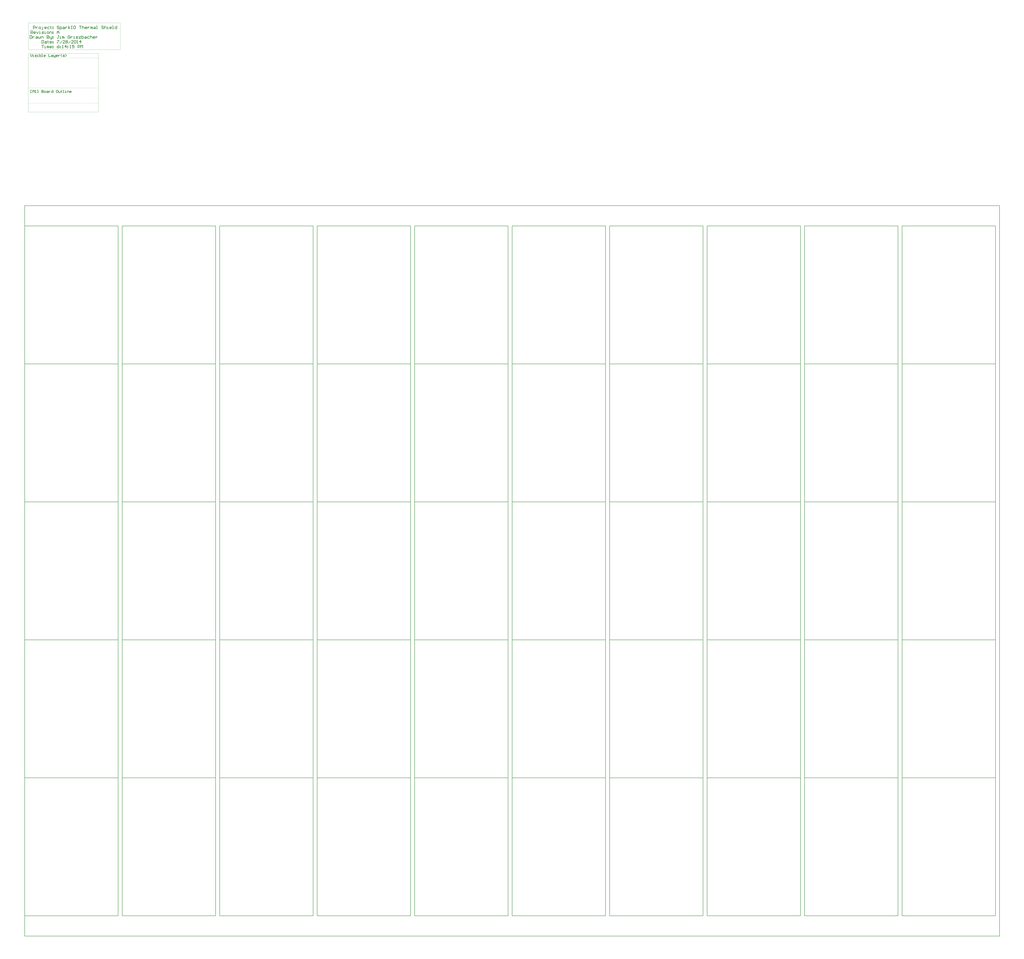
<source format=gm1>
%FSLAX25Y25*%
%MOIN*%
G70*
G01*
G75*
G04 Layer_Color=16711935*
%ADD10C,0.01200*%
%ADD11R,0.02559X0.03740*%
G04:AMPARAMS|DCode=12|XSize=37.4mil|YSize=25.59mil|CornerRadius=6.4mil|HoleSize=0mil|Usage=FLASHONLY|Rotation=270.000|XOffset=0mil|YOffset=0mil|HoleType=Round|Shape=RoundedRectangle|*
%AMROUNDEDRECTD12*
21,1,0.03740,0.01280,0,0,270.0*
21,1,0.02461,0.02559,0,0,270.0*
1,1,0.01280,-0.00640,-0.01230*
1,1,0.01280,-0.00640,0.01230*
1,1,0.01280,0.00640,0.01230*
1,1,0.01280,0.00640,-0.01230*
%
%ADD12ROUNDEDRECTD12*%
%ADD13O,0.02362X0.07480*%
%ADD14R,0.03900X0.04300*%
%ADD15C,0.04000*%
%ADD16R,0.04300X0.03900*%
%ADD17C,0.01000*%
%ADD18C,0.01500*%
%ADD19C,0.02000*%
%ADD20C,0.00394*%
%ADD21C,0.07087*%
%ADD22R,0.07087X0.07087*%
%ADD23C,0.09449*%
%ADD24C,0.05906*%
%ADD25R,0.05906X0.05906*%
%ADD26C,0.08661*%
%ADD27C,0.31496*%
%ADD28C,0.01800*%
%ADD29C,0.00787*%
%ADD30C,0.00984*%
%ADD31C,0.01575*%
%ADD32C,0.00700*%
%ADD33C,0.00800*%
%ADD34R,0.03359X0.04540*%
G04:AMPARAMS|DCode=35|XSize=45.4mil|YSize=33.59mil|CornerRadius=10.4mil|HoleSize=0mil|Usage=FLASHONLY|Rotation=270.000|XOffset=0mil|YOffset=0mil|HoleType=Round|Shape=RoundedRectangle|*
%AMROUNDEDRECTD35*
21,1,0.04540,0.01280,0,0,270.0*
21,1,0.02461,0.03359,0,0,270.0*
1,1,0.02080,-0.00640,-0.01230*
1,1,0.02080,-0.00640,0.01230*
1,1,0.02080,0.00640,0.01230*
1,1,0.02080,0.00640,-0.01230*
%
%ADD35ROUNDEDRECTD35*%
%ADD36O,0.03162X0.08280*%
%ADD37R,0.04700X0.05100*%
%ADD38C,0.08000*%
%ADD39R,0.05100X0.04700*%
%ADD40C,0.07887*%
%ADD41R,0.07887X0.07887*%
%ADD42C,0.10249*%
%ADD43C,0.06706*%
%ADD44R,0.06706X0.06706*%
%ADD45C,0.09461*%
%ADD46C,0.32296*%
%ADD47C,0.02600*%
D10*
X17199Y2078300D02*
X15200D01*
Y2084298D01*
X17199D01*
X20198Y2078300D02*
Y2084298D01*
X22198Y2082299D01*
X24197Y2084298D01*
Y2078300D01*
X26196D02*
X28196D01*
X27196D01*
Y2084298D01*
X26196Y2083298D01*
X31195Y2078300D02*
X33194D01*
Y2084298D01*
X31195D01*
X42191D02*
Y2078300D01*
X45190D01*
X46190Y2079300D01*
Y2080299D01*
X45190Y2081299D01*
X42191D01*
X45190D01*
X46190Y2082299D01*
Y2083298D01*
X45190Y2084298D01*
X42191D01*
X49189Y2078300D02*
X51188D01*
X52188Y2079300D01*
Y2081299D01*
X51188Y2082299D01*
X49189D01*
X48189Y2081299D01*
Y2079300D01*
X49189Y2078300D01*
X55187Y2082299D02*
X57186D01*
X58186Y2081299D01*
Y2078300D01*
X55187D01*
X54187Y2079300D01*
X55187Y2080299D01*
X58186D01*
X60185Y2082299D02*
Y2078300D01*
Y2080299D01*
X61185Y2081299D01*
X62185Y2082299D01*
X63184D01*
X70182Y2084298D02*
Y2078300D01*
X67183D01*
X66184Y2079300D01*
Y2081299D01*
X67183Y2082299D01*
X70182D01*
X81179Y2084298D02*
X79179D01*
X78180Y2083298D01*
Y2079300D01*
X79179Y2078300D01*
X81179D01*
X82178Y2079300D01*
Y2083298D01*
X81179Y2084298D01*
X84178Y2082299D02*
Y2079300D01*
X85177Y2078300D01*
X88176D01*
Y2082299D01*
X91175Y2083298D02*
Y2082299D01*
X90176D01*
X92175D01*
X91175D01*
Y2079300D01*
X92175Y2078300D01*
X95174D02*
X97174D01*
X96174D01*
Y2084298D01*
X95174D01*
X100172Y2078300D02*
X102172D01*
X101172D01*
Y2082299D01*
X100172D01*
X105171Y2078300D02*
Y2082299D01*
X108170D01*
X109170Y2081299D01*
Y2078300D01*
X114168D02*
X112169D01*
X111169Y2079300D01*
Y2081299D01*
X112169Y2082299D01*
X114168D01*
X115168Y2081299D01*
Y2080299D01*
X111169D01*
X14600Y2172878D02*
Y2168879D01*
X16599Y2166879D01*
X18599Y2168879D01*
Y2172878D01*
X20598Y2166879D02*
X22597D01*
X21598D01*
Y2170878D01*
X20598D01*
X25596Y2166879D02*
X28596D01*
X29595Y2167879D01*
X28596Y2168879D01*
X26596D01*
X25596Y2169879D01*
X26596Y2170878D01*
X29595D01*
X31594Y2166879D02*
X33594D01*
X32594D01*
Y2170878D01*
X31594D01*
X36593Y2172878D02*
Y2166879D01*
X39592D01*
X40592Y2167879D01*
Y2168879D01*
Y2169879D01*
X39592Y2170878D01*
X36593D01*
X42591Y2166879D02*
X44590D01*
X43591D01*
Y2172878D01*
X42591D01*
X50588Y2166879D02*
X48589D01*
X47589Y2167879D01*
Y2169879D01*
X48589Y2170878D01*
X50588D01*
X51588Y2169879D01*
Y2168879D01*
X47589D01*
X59585Y2172878D02*
Y2166879D01*
X63584D01*
X66583Y2170878D02*
X68582D01*
X69582Y2169879D01*
Y2166879D01*
X66583D01*
X65583Y2167879D01*
X66583Y2168879D01*
X69582D01*
X71582Y2170878D02*
Y2167879D01*
X72581Y2166879D01*
X75580D01*
Y2165880D01*
X74581Y2164880D01*
X73581D01*
X75580Y2166879D02*
Y2170878D01*
X80579Y2166879D02*
X78579D01*
X77580Y2167879D01*
Y2169879D01*
X78579Y2170878D01*
X80579D01*
X81578Y2169879D01*
Y2168879D01*
X77580D01*
X83578Y2170878D02*
Y2166879D01*
Y2168879D01*
X84577Y2169879D01*
X85577Y2170878D01*
X86577D01*
X91575Y2166879D02*
X89576Y2168879D01*
Y2170878D01*
X91575Y2172878D01*
X94574Y2166879D02*
X97573D01*
X98573Y2167879D01*
X97573Y2168879D01*
X95574D01*
X94574Y2169879D01*
X95574Y2170878D01*
X98573D01*
X100572Y2166879D02*
X102571Y2168879D01*
Y2170878D01*
X100572Y2172878D01*
X21364Y2235431D02*
Y2242428D01*
X24863D01*
X26029Y2241262D01*
Y2238930D01*
X24863Y2237763D01*
X21364D01*
X28362Y2240096D02*
Y2235431D01*
Y2237763D01*
X29528Y2238930D01*
X30694Y2240096D01*
X31861D01*
X36526Y2235431D02*
X38858D01*
X40025Y2236597D01*
Y2238930D01*
X38858Y2240096D01*
X36526D01*
X35359Y2238930D01*
Y2236597D01*
X36526Y2235431D01*
X42357Y2233098D02*
X43523D01*
X44690Y2234264D01*
Y2240096D01*
X52854Y2235431D02*
X50521D01*
X49355Y2236597D01*
Y2238930D01*
X50521Y2240096D01*
X52854D01*
X54020Y2238930D01*
Y2237763D01*
X49355D01*
X61018Y2240096D02*
X57519D01*
X56353Y2238930D01*
Y2236597D01*
X57519Y2235431D01*
X61018D01*
X64517Y2241262D02*
Y2240096D01*
X63350D01*
X65683D01*
X64517D01*
Y2236597D01*
X65683Y2235431D01*
X69182Y2240096D02*
X70348D01*
Y2238930D01*
X69182D01*
Y2240096D01*
Y2236597D02*
X70348D01*
Y2235431D01*
X69182D01*
Y2236597D01*
X15532Y2223620D02*
Y2230617D01*
X19031D01*
X20198Y2229451D01*
Y2227118D01*
X19031Y2225952D01*
X15532D01*
X17865D02*
X20198Y2223620D01*
X26029D02*
X23697D01*
X22530Y2224786D01*
Y2227118D01*
X23697Y2228285D01*
X26029D01*
X27195Y2227118D01*
Y2225952D01*
X22530D01*
X29528Y2228285D02*
X31861Y2223620D01*
X34193Y2228285D01*
X36526Y2223620D02*
X38858D01*
X37692D01*
Y2228285D01*
X36526D01*
X42357Y2223620D02*
X45856D01*
X47022Y2224786D01*
X45856Y2225952D01*
X43523D01*
X42357Y2227118D01*
X43523Y2228285D01*
X47022D01*
X49355Y2223620D02*
X51688D01*
X50521D01*
Y2228285D01*
X49355D01*
X56353Y2223620D02*
X58685D01*
X59851Y2224786D01*
Y2227118D01*
X58685Y2228285D01*
X56353D01*
X55186Y2227118D01*
Y2224786D01*
X56353Y2223620D01*
X62184D02*
Y2228285D01*
X65683D01*
X66849Y2227118D01*
Y2223620D01*
X69182Y2228285D02*
X70348D01*
Y2227118D01*
X69182D01*
Y2228285D01*
Y2224786D02*
X70348D01*
Y2223620D01*
X69182D01*
Y2224786D01*
X13200Y2218806D02*
Y2211809D01*
X16699D01*
X17865Y2212975D01*
Y2217640D01*
X16699Y2218806D01*
X13200D01*
X20198Y2216474D02*
Y2211809D01*
Y2214141D01*
X21364Y2215307D01*
X22530Y2216474D01*
X23697D01*
X28362D02*
X30694D01*
X31861Y2215307D01*
Y2211809D01*
X28362D01*
X27195Y2212975D01*
X28362Y2214141D01*
X31861D01*
X34193Y2216474D02*
Y2212975D01*
X35359Y2211809D01*
X36526Y2212975D01*
X37692Y2211809D01*
X38858Y2212975D01*
Y2216474D01*
X41191Y2211809D02*
Y2216474D01*
X44690D01*
X45856Y2215307D01*
Y2211809D01*
X55186Y2218806D02*
Y2211809D01*
X58685D01*
X59851Y2212975D01*
Y2214141D01*
X58685Y2215307D01*
X55186D01*
X58685D01*
X59851Y2216474D01*
Y2217640D01*
X58685Y2218806D01*
X55186D01*
X62184Y2216474D02*
Y2212975D01*
X63350Y2211809D01*
X66849D01*
Y2210642D01*
X65683Y2209476D01*
X64517D01*
X66849Y2211809D02*
Y2216474D01*
X69182D02*
X70348D01*
Y2215307D01*
X69182D01*
Y2216474D01*
Y2212975D02*
X70348D01*
Y2211809D01*
X69182D01*
Y2212975D01*
X42357Y2206995D02*
Y2199998D01*
X45856D01*
X47022Y2201164D01*
Y2205829D01*
X45856Y2206995D01*
X42357D01*
X50521Y2204663D02*
X52854D01*
X54020Y2203497D01*
Y2199998D01*
X50521D01*
X49355Y2201164D01*
X50521Y2202330D01*
X54020D01*
X57519Y2205829D02*
Y2204663D01*
X56353D01*
X58685D01*
X57519D01*
Y2201164D01*
X58685Y2199998D01*
X65683D02*
X63350D01*
X62184Y2201164D01*
Y2203497D01*
X63350Y2204663D01*
X65683D01*
X66849Y2203497D01*
Y2202330D01*
X62184D01*
X69182Y2204663D02*
X70348D01*
Y2203497D01*
X69182D01*
Y2204663D01*
Y2201164D02*
X70348D01*
Y2199998D01*
X69182D01*
Y2201164D01*
X42357Y2195184D02*
X47022D01*
X44690D01*
Y2188187D01*
X49355D02*
X51688D01*
X50521D01*
Y2192852D01*
X49355D01*
X55186Y2188187D02*
Y2192852D01*
X56353D01*
X57519Y2191685D01*
Y2188187D01*
Y2191685D01*
X58685Y2192852D01*
X59851Y2191685D01*
Y2188187D01*
X65683D02*
X63350D01*
X62184Y2189353D01*
Y2191685D01*
X63350Y2192852D01*
X65683D01*
X66849Y2191685D01*
Y2190519D01*
X62184D01*
X69182Y2192852D02*
X70348D01*
Y2191685D01*
X69182D01*
Y2192852D01*
Y2189353D02*
X70348D01*
Y2188187D01*
X69182D01*
Y2189353D01*
X84794Y2241262D02*
X83628Y2242428D01*
X81295D01*
X80129Y2241262D01*
Y2240096D01*
X81295Y2238930D01*
X83628D01*
X84794Y2237763D01*
Y2236597D01*
X83628Y2235431D01*
X81295D01*
X80129Y2236597D01*
X87127Y2233098D02*
Y2240096D01*
X90626D01*
X91792Y2238930D01*
Y2236597D01*
X90626Y2235431D01*
X87127D01*
X95291Y2240096D02*
X97623D01*
X98790Y2238930D01*
Y2235431D01*
X95291D01*
X94125Y2236597D01*
X95291Y2237763D01*
X98790D01*
X101122Y2240096D02*
Y2235431D01*
Y2237763D01*
X102289Y2238930D01*
X103455Y2240096D01*
X104621D01*
X108120Y2235431D02*
Y2242428D01*
Y2237763D02*
X111619Y2240096D01*
X108120Y2237763D02*
X111619Y2235431D01*
X115118Y2242428D02*
X117450D01*
X116284D01*
Y2235431D01*
X115118D01*
X117450D01*
X124448Y2242428D02*
X122116D01*
X120949Y2241262D01*
Y2236597D01*
X122116Y2235431D01*
X124448D01*
X125614Y2236597D01*
Y2241262D01*
X124448Y2242428D01*
X134945D02*
X139610D01*
X137277D01*
Y2235431D01*
X141943Y2242428D02*
Y2235431D01*
Y2238930D01*
X143109Y2240096D01*
X145441D01*
X146608Y2238930D01*
Y2235431D01*
X152439D02*
X150107D01*
X148940Y2236597D01*
Y2238930D01*
X150107Y2240096D01*
X152439D01*
X153605Y2238930D01*
Y2237763D01*
X148940D01*
X155938Y2240096D02*
Y2235431D01*
Y2237763D01*
X157104Y2238930D01*
X158271Y2240096D01*
X159437D01*
X162936Y2235431D02*
Y2240096D01*
X164102D01*
X165268Y2238930D01*
Y2235431D01*
Y2238930D01*
X166435Y2240096D01*
X167601Y2238930D01*
Y2235431D01*
X171100Y2240096D02*
X173432D01*
X174599Y2238930D01*
Y2235431D01*
X171100D01*
X169933Y2236597D01*
X171100Y2237763D01*
X174599D01*
X176931Y2235431D02*
X179264D01*
X178097D01*
Y2242428D01*
X176931D01*
X194425Y2241262D02*
X193259Y2242428D01*
X190927D01*
X189760Y2241262D01*
Y2240096D01*
X190927Y2238930D01*
X193259D01*
X194425Y2237763D01*
Y2236597D01*
X193259Y2235431D01*
X190927D01*
X189760Y2236597D01*
X196758Y2242428D02*
Y2235431D01*
Y2238930D01*
X197924Y2240096D01*
X200257D01*
X201423Y2238930D01*
Y2235431D01*
X203756D02*
X206088D01*
X204922D01*
Y2240096D01*
X203756D01*
X213086Y2235431D02*
X210754D01*
X209587Y2236597D01*
Y2238930D01*
X210754Y2240096D01*
X213086D01*
X214252Y2238930D01*
Y2237763D01*
X209587D01*
X216585Y2235431D02*
X218918D01*
X217751D01*
Y2242428D01*
X216585D01*
X227082D02*
Y2235431D01*
X223583D01*
X222416Y2236597D01*
Y2238930D01*
X223583Y2240096D01*
X227082D01*
X80129Y2223620D02*
Y2228285D01*
X82462Y2230617D01*
X84794Y2228285D01*
Y2223620D01*
Y2227118D01*
X80129D01*
X84794Y2218806D02*
X82462D01*
X83628D01*
Y2212975D01*
X82462Y2211809D01*
X81295D01*
X80129Y2212975D01*
X87127Y2211809D02*
X89459D01*
X88293D01*
Y2216474D01*
X87127D01*
X92958Y2211809D02*
Y2216474D01*
X94125D01*
X95291Y2215307D01*
Y2211809D01*
Y2215307D01*
X96457Y2216474D01*
X97623Y2215307D01*
Y2211809D01*
X111619Y2217640D02*
X110453Y2218806D01*
X108120D01*
X106954Y2217640D01*
Y2212975D01*
X108120Y2211809D01*
X110453D01*
X111619Y2212975D01*
Y2215307D01*
X109286D01*
X113952Y2216474D02*
Y2211809D01*
Y2214141D01*
X115118Y2215307D01*
X116284Y2216474D01*
X117450D01*
X120949Y2211809D02*
X123282D01*
X122116D01*
Y2216474D01*
X120949D01*
X126781Y2211809D02*
X130280D01*
X131446Y2212975D01*
X130280Y2214141D01*
X127947D01*
X126781Y2215307D01*
X127947Y2216474D01*
X131446D01*
X133778D02*
X138444D01*
X133778Y2211809D01*
X138444D01*
X140776Y2218806D02*
Y2211809D01*
X144275D01*
X145441Y2212975D01*
Y2214141D01*
Y2215307D01*
X144275Y2216474D01*
X140776D01*
X148940D02*
X151273D01*
X152439Y2215307D01*
Y2211809D01*
X148940D01*
X147774Y2212975D01*
X148940Y2214141D01*
X152439D01*
X159437Y2216474D02*
X155938D01*
X154772Y2215307D01*
Y2212975D01*
X155938Y2211809D01*
X159437D01*
X161769Y2218806D02*
Y2211809D01*
Y2215307D01*
X162936Y2216474D01*
X165268D01*
X166435Y2215307D01*
Y2211809D01*
X172266D02*
X169933D01*
X168767Y2212975D01*
Y2215307D01*
X169933Y2216474D01*
X172266D01*
X173432Y2215307D01*
Y2214141D01*
X168767D01*
X175765Y2216474D02*
Y2211809D01*
Y2214141D01*
X176931Y2215307D01*
X178097Y2216474D01*
X179264D01*
X84794Y2195184D02*
X82462Y2194018D01*
X80129Y2191685D01*
Y2189353D01*
X81295Y2188187D01*
X83628D01*
X84794Y2189353D01*
Y2190519D01*
X83628Y2191685D01*
X80129D01*
X87127Y2192852D02*
X88293D01*
Y2191685D01*
X87127D01*
Y2192852D01*
Y2189353D02*
X88293D01*
Y2188187D01*
X87127D01*
Y2189353D01*
X92958Y2188187D02*
X95291D01*
X94125D01*
Y2195184D01*
X92958Y2194018D01*
X102289Y2188187D02*
Y2195184D01*
X98790Y2191685D01*
X103455D01*
X105788Y2192852D02*
X106954D01*
Y2191685D01*
X105788D01*
Y2192852D01*
Y2189353D02*
X106954D01*
Y2188187D01*
X105788D01*
Y2189353D01*
X111619Y2188187D02*
X113952D01*
X112785D01*
Y2195184D01*
X111619Y2194018D01*
X122116Y2195184D02*
X117450D01*
Y2191685D01*
X119783Y2192852D01*
X120949D01*
X122116Y2191685D01*
Y2189353D01*
X120949Y2188187D01*
X118617D01*
X117450Y2189353D01*
X131446Y2188187D02*
Y2195184D01*
X134945D01*
X136111Y2194018D01*
Y2191685D01*
X134945Y2190519D01*
X131446D01*
X138444Y2188187D02*
Y2195184D01*
X140776Y2192852D01*
X143109Y2195184D01*
Y2188187D01*
X80129Y2206995D02*
X84794D01*
Y2205829D01*
X80129Y2201164D01*
Y2199998D01*
X87127D02*
X91792Y2204663D01*
X98790Y2199998D02*
X94125D01*
X98790Y2204663D01*
Y2205829D01*
X97623Y2206995D01*
X95291D01*
X94125Y2205829D01*
X101122D02*
X102289Y2206995D01*
X104621D01*
X105788Y2205829D01*
Y2204663D01*
X104621Y2203497D01*
X105788Y2202330D01*
Y2201164D01*
X104621Y2199998D01*
X102289D01*
X101122Y2201164D01*
Y2202330D01*
X102289Y2203497D01*
X101122Y2204663D01*
Y2205829D01*
X102289Y2203497D02*
X104621D01*
X108120Y2199998D02*
X112785Y2204663D01*
X119783Y2199998D02*
X115118D01*
X119783Y2204663D01*
Y2205829D01*
X118617Y2206995D01*
X116284D01*
X115118Y2205829D01*
X122116D02*
X123282Y2206995D01*
X125614D01*
X126781Y2205829D01*
Y2201164D01*
X125614Y2199998D01*
X123282D01*
X122116Y2201164D01*
Y2205829D01*
X129113Y2199998D02*
X131446D01*
X130280D01*
Y2206995D01*
X129113Y2205829D01*
X138444Y2199998D02*
Y2206995D01*
X134945Y2203497D01*
X139610D01*
X17199Y2078300D02*
X15200D01*
Y2084298D01*
X17199D01*
X20198Y2078300D02*
Y2084298D01*
X22198Y2082299D01*
X24197Y2084298D01*
Y2078300D01*
X26196D02*
X28196D01*
X27196D01*
Y2084298D01*
X26196Y2083298D01*
X31195Y2078300D02*
X33194D01*
Y2084298D01*
X31195D01*
X42191D02*
Y2078300D01*
X45190D01*
X46190Y2079300D01*
Y2080299D01*
X45190Y2081299D01*
X42191D01*
X45190D01*
X46190Y2082299D01*
Y2083298D01*
X45190Y2084298D01*
X42191D01*
X49189Y2078300D02*
X51188D01*
X52188Y2079300D01*
Y2081299D01*
X51188Y2082299D01*
X49189D01*
X48189Y2081299D01*
Y2079300D01*
X49189Y2078300D01*
X55187Y2082299D02*
X57186D01*
X58186Y2081299D01*
Y2078300D01*
X55187D01*
X54187Y2079300D01*
X55187Y2080299D01*
X58186D01*
X60185Y2082299D02*
Y2078300D01*
Y2080299D01*
X61185Y2081299D01*
X62185Y2082299D01*
X63184D01*
X70182Y2084298D02*
Y2078300D01*
X67183D01*
X66184Y2079300D01*
Y2081299D01*
X67183Y2082299D01*
X70182D01*
X81179Y2084298D02*
X79179D01*
X78180Y2083298D01*
Y2079300D01*
X79179Y2078300D01*
X81179D01*
X82178Y2079300D01*
Y2083298D01*
X81179Y2084298D01*
X84178Y2082299D02*
Y2079300D01*
X85177Y2078300D01*
X88176D01*
Y2082299D01*
X91175Y2083298D02*
Y2082299D01*
X90176D01*
X92175D01*
X91175D01*
Y2079300D01*
X92175Y2078300D01*
X95174D02*
X97174D01*
X96174D01*
Y2084298D01*
X95174D01*
X100172Y2078300D02*
X102172D01*
X101172D01*
Y2082299D01*
X100172D01*
X105171Y2078300D02*
Y2082299D01*
X108170D01*
X109170Y2081299D01*
Y2078300D01*
X114168D02*
X112169D01*
X111169Y2079300D01*
Y2081299D01*
X112169Y2082299D01*
X114168D01*
X115168Y2081299D01*
Y2080299D01*
X111169D01*
X14600Y2172878D02*
Y2168879D01*
X16599Y2166879D01*
X18599Y2168879D01*
Y2172878D01*
X20598Y2166879D02*
X22597D01*
X21598D01*
Y2170878D01*
X20598D01*
X25596Y2166879D02*
X28596D01*
X29595Y2167879D01*
X28596Y2168879D01*
X26596D01*
X25596Y2169879D01*
X26596Y2170878D01*
X29595D01*
X31594Y2166879D02*
X33594D01*
X32594D01*
Y2170878D01*
X31594D01*
X36593Y2172878D02*
Y2166879D01*
X39592D01*
X40592Y2167879D01*
Y2168879D01*
Y2169879D01*
X39592Y2170878D01*
X36593D01*
X42591Y2166879D02*
X44590D01*
X43591D01*
Y2172878D01*
X42591D01*
X50588Y2166879D02*
X48589D01*
X47589Y2167879D01*
Y2169879D01*
X48589Y2170878D01*
X50588D01*
X51588Y2169879D01*
Y2168879D01*
X47589D01*
X59585Y2172878D02*
Y2166879D01*
X63584D01*
X66583Y2170878D02*
X68582D01*
X69582Y2169879D01*
Y2166879D01*
X66583D01*
X65583Y2167879D01*
X66583Y2168879D01*
X69582D01*
X71582Y2170878D02*
Y2167879D01*
X72581Y2166879D01*
X75580D01*
Y2165880D01*
X74581Y2164880D01*
X73581D01*
X75580Y2166879D02*
Y2170878D01*
X80579Y2166879D02*
X78579D01*
X77580Y2167879D01*
Y2169879D01*
X78579Y2170878D01*
X80579D01*
X81578Y2169879D01*
Y2168879D01*
X77580D01*
X83578Y2170878D02*
Y2166879D01*
Y2168879D01*
X84577Y2169879D01*
X85577Y2170878D01*
X86577D01*
X91575Y2166879D02*
X89576Y2168879D01*
Y2170878D01*
X91575Y2172878D01*
X94574Y2166879D02*
X97573D01*
X98573Y2167879D01*
X97573Y2168879D01*
X95574D01*
X94574Y2169879D01*
X95574Y2170878D01*
X98573D01*
X100572Y2166879D02*
X102571Y2168879D01*
Y2170878D01*
X100572Y2172878D01*
X21364Y2235431D02*
Y2242428D01*
X24863D01*
X26029Y2241262D01*
Y2238930D01*
X24863Y2237763D01*
X21364D01*
X28362Y2240096D02*
Y2235431D01*
Y2237763D01*
X29528Y2238930D01*
X30694Y2240096D01*
X31861D01*
X36526Y2235431D02*
X38858D01*
X40025Y2236597D01*
Y2238930D01*
X38858Y2240096D01*
X36526D01*
X35359Y2238930D01*
Y2236597D01*
X36526Y2235431D01*
X42357Y2233098D02*
X43523D01*
X44690Y2234264D01*
Y2240096D01*
X52854Y2235431D02*
X50521D01*
X49355Y2236597D01*
Y2238930D01*
X50521Y2240096D01*
X52854D01*
X54020Y2238930D01*
Y2237763D01*
X49355D01*
X61018Y2240096D02*
X57519D01*
X56353Y2238930D01*
Y2236597D01*
X57519Y2235431D01*
X61018D01*
X64517Y2241262D02*
Y2240096D01*
X63350D01*
X65683D01*
X64517D01*
Y2236597D01*
X65683Y2235431D01*
X69182Y2240096D02*
X70348D01*
Y2238930D01*
X69182D01*
Y2240096D01*
Y2236597D02*
X70348D01*
Y2235431D01*
X69182D01*
Y2236597D01*
X15532Y2223620D02*
Y2230617D01*
X19031D01*
X20198Y2229451D01*
Y2227118D01*
X19031Y2225952D01*
X15532D01*
X17865D02*
X20198Y2223620D01*
X26029D02*
X23697D01*
X22530Y2224786D01*
Y2227118D01*
X23697Y2228285D01*
X26029D01*
X27195Y2227118D01*
Y2225952D01*
X22530D01*
X29528Y2228285D02*
X31861Y2223620D01*
X34193Y2228285D01*
X36526Y2223620D02*
X38858D01*
X37692D01*
Y2228285D01*
X36526D01*
X42357Y2223620D02*
X45856D01*
X47022Y2224786D01*
X45856Y2225952D01*
X43523D01*
X42357Y2227118D01*
X43523Y2228285D01*
X47022D01*
X49355Y2223620D02*
X51688D01*
X50521D01*
Y2228285D01*
X49355D01*
X56353Y2223620D02*
X58685D01*
X59851Y2224786D01*
Y2227118D01*
X58685Y2228285D01*
X56353D01*
X55186Y2227118D01*
Y2224786D01*
X56353Y2223620D01*
X62184D02*
Y2228285D01*
X65683D01*
X66849Y2227118D01*
Y2223620D01*
X69182Y2228285D02*
X70348D01*
Y2227118D01*
X69182D01*
Y2228285D01*
Y2224786D02*
X70348D01*
Y2223620D01*
X69182D01*
Y2224786D01*
X13200Y2218806D02*
Y2211809D01*
X16699D01*
X17865Y2212975D01*
Y2217640D01*
X16699Y2218806D01*
X13200D01*
X20198Y2216474D02*
Y2211809D01*
Y2214141D01*
X21364Y2215307D01*
X22530Y2216474D01*
X23697D01*
X28362D02*
X30694D01*
X31861Y2215307D01*
Y2211809D01*
X28362D01*
X27195Y2212975D01*
X28362Y2214141D01*
X31861D01*
X34193Y2216474D02*
Y2212975D01*
X35359Y2211809D01*
X36526Y2212975D01*
X37692Y2211809D01*
X38858Y2212975D01*
Y2216474D01*
X41191Y2211809D02*
Y2216474D01*
X44690D01*
X45856Y2215307D01*
Y2211809D01*
X55186Y2218806D02*
Y2211809D01*
X58685D01*
X59851Y2212975D01*
Y2214141D01*
X58685Y2215307D01*
X55186D01*
X58685D01*
X59851Y2216474D01*
Y2217640D01*
X58685Y2218806D01*
X55186D01*
X62184Y2216474D02*
Y2212975D01*
X63350Y2211809D01*
X66849D01*
Y2210642D01*
X65683Y2209476D01*
X64517D01*
X66849Y2211809D02*
Y2216474D01*
X69182D02*
X70348D01*
Y2215307D01*
X69182D01*
Y2216474D01*
Y2212975D02*
X70348D01*
Y2211809D01*
X69182D01*
Y2212975D01*
X42357Y2206995D02*
Y2199998D01*
X45856D01*
X47022Y2201164D01*
Y2205829D01*
X45856Y2206995D01*
X42357D01*
X50521Y2204663D02*
X52854D01*
X54020Y2203497D01*
Y2199998D01*
X50521D01*
X49355Y2201164D01*
X50521Y2202330D01*
X54020D01*
X57519Y2205829D02*
Y2204663D01*
X56353D01*
X58685D01*
X57519D01*
Y2201164D01*
X58685Y2199998D01*
X65683D02*
X63350D01*
X62184Y2201164D01*
Y2203497D01*
X63350Y2204663D01*
X65683D01*
X66849Y2203497D01*
Y2202330D01*
X62184D01*
X69182Y2204663D02*
X70348D01*
Y2203497D01*
X69182D01*
Y2204663D01*
Y2201164D02*
X70348D01*
Y2199998D01*
X69182D01*
Y2201164D01*
X42357Y2195184D02*
X47022D01*
X44690D01*
Y2188187D01*
X49355D02*
X51688D01*
X50521D01*
Y2192852D01*
X49355D01*
X55186Y2188187D02*
Y2192852D01*
X56353D01*
X57519Y2191685D01*
Y2188187D01*
Y2191685D01*
X58685Y2192852D01*
X59851Y2191685D01*
Y2188187D01*
X65683D02*
X63350D01*
X62184Y2189353D01*
Y2191685D01*
X63350Y2192852D01*
X65683D01*
X66849Y2191685D01*
Y2190519D01*
X62184D01*
X69182Y2192852D02*
X70348D01*
Y2191685D01*
X69182D01*
Y2192852D01*
Y2189353D02*
X70348D01*
Y2188187D01*
X69182D01*
Y2189353D01*
X84794Y2241262D02*
X83628Y2242428D01*
X81295D01*
X80129Y2241262D01*
Y2240096D01*
X81295Y2238930D01*
X83628D01*
X84794Y2237763D01*
Y2236597D01*
X83628Y2235431D01*
X81295D01*
X80129Y2236597D01*
X87127Y2233098D02*
Y2240096D01*
X90626D01*
X91792Y2238930D01*
Y2236597D01*
X90626Y2235431D01*
X87127D01*
X95291Y2240096D02*
X97623D01*
X98790Y2238930D01*
Y2235431D01*
X95291D01*
X94125Y2236597D01*
X95291Y2237763D01*
X98790D01*
X101122Y2240096D02*
Y2235431D01*
Y2237763D01*
X102289Y2238930D01*
X103455Y2240096D01*
X104621D01*
X108120Y2235431D02*
Y2242428D01*
Y2237763D02*
X111619Y2240096D01*
X108120Y2237763D02*
X111619Y2235431D01*
X115118Y2242428D02*
X117450D01*
X116284D01*
Y2235431D01*
X115118D01*
X117450D01*
X124448Y2242428D02*
X122116D01*
X120949Y2241262D01*
Y2236597D01*
X122116Y2235431D01*
X124448D01*
X125614Y2236597D01*
Y2241262D01*
X124448Y2242428D01*
X134945D02*
X139610D01*
X137277D01*
Y2235431D01*
X141943Y2242428D02*
Y2235431D01*
Y2238930D01*
X143109Y2240096D01*
X145441D01*
X146608Y2238930D01*
Y2235431D01*
X152439D02*
X150107D01*
X148940Y2236597D01*
Y2238930D01*
X150107Y2240096D01*
X152439D01*
X153605Y2238930D01*
Y2237763D01*
X148940D01*
X155938Y2240096D02*
Y2235431D01*
Y2237763D01*
X157104Y2238930D01*
X158271Y2240096D01*
X159437D01*
X162936Y2235431D02*
Y2240096D01*
X164102D01*
X165268Y2238930D01*
Y2235431D01*
Y2238930D01*
X166435Y2240096D01*
X167601Y2238930D01*
Y2235431D01*
X171100Y2240096D02*
X173432D01*
X174599Y2238930D01*
Y2235431D01*
X171100D01*
X169933Y2236597D01*
X171100Y2237763D01*
X174599D01*
X176931Y2235431D02*
X179264D01*
X178097D01*
Y2242428D01*
X176931D01*
X194425Y2241262D02*
X193259Y2242428D01*
X190927D01*
X189760Y2241262D01*
Y2240096D01*
X190927Y2238930D01*
X193259D01*
X194425Y2237763D01*
Y2236597D01*
X193259Y2235431D01*
X190927D01*
X189760Y2236597D01*
X196758Y2242428D02*
Y2235431D01*
Y2238930D01*
X197924Y2240096D01*
X200257D01*
X201423Y2238930D01*
Y2235431D01*
X203756D02*
X206088D01*
X204922D01*
Y2240096D01*
X203756D01*
X213086Y2235431D02*
X210754D01*
X209587Y2236597D01*
Y2238930D01*
X210754Y2240096D01*
X213086D01*
X214252Y2238930D01*
Y2237763D01*
X209587D01*
X216585Y2235431D02*
X218918D01*
X217751D01*
Y2242428D01*
X216585D01*
X227082D02*
Y2235431D01*
X223583D01*
X222416Y2236597D01*
Y2238930D01*
X223583Y2240096D01*
X227082D01*
X80129Y2223620D02*
Y2228285D01*
X82462Y2230617D01*
X84794Y2228285D01*
Y2223620D01*
Y2227118D01*
X80129D01*
X84794Y2218806D02*
X82462D01*
X83628D01*
Y2212975D01*
X82462Y2211809D01*
X81295D01*
X80129Y2212975D01*
X87127Y2211809D02*
X89459D01*
X88293D01*
Y2216474D01*
X87127D01*
X92958Y2211809D02*
Y2216474D01*
X94125D01*
X95291Y2215307D01*
Y2211809D01*
Y2215307D01*
X96457Y2216474D01*
X97623Y2215307D01*
Y2211809D01*
X111619Y2217640D02*
X110453Y2218806D01*
X108120D01*
X106954Y2217640D01*
Y2212975D01*
X108120Y2211809D01*
X110453D01*
X111619Y2212975D01*
Y2215307D01*
X109286D01*
X113952Y2216474D02*
Y2211809D01*
Y2214141D01*
X115118Y2215307D01*
X116284Y2216474D01*
X117450D01*
X120949Y2211809D02*
X123282D01*
X122116D01*
Y2216474D01*
X120949D01*
X126781Y2211809D02*
X130280D01*
X131446Y2212975D01*
X130280Y2214141D01*
X127947D01*
X126781Y2215307D01*
X127947Y2216474D01*
X131446D01*
X133778D02*
X138444D01*
X133778Y2211809D01*
X138444D01*
X140776Y2218806D02*
Y2211809D01*
X144275D01*
X145441Y2212975D01*
Y2214141D01*
Y2215307D01*
X144275Y2216474D01*
X140776D01*
X148940D02*
X151273D01*
X152439Y2215307D01*
Y2211809D01*
X148940D01*
X147774Y2212975D01*
X148940Y2214141D01*
X152439D01*
X159437Y2216474D02*
X155938D01*
X154772Y2215307D01*
Y2212975D01*
X155938Y2211809D01*
X159437D01*
X161769Y2218806D02*
Y2211809D01*
Y2215307D01*
X162936Y2216474D01*
X165268D01*
X166435Y2215307D01*
Y2211809D01*
X172266D02*
X169933D01*
X168767Y2212975D01*
Y2215307D01*
X169933Y2216474D01*
X172266D01*
X173432Y2215307D01*
Y2214141D01*
X168767D01*
X175765Y2216474D02*
Y2211809D01*
Y2214141D01*
X176931Y2215307D01*
X178097Y2216474D01*
X179264D01*
X84794Y2195184D02*
X82462Y2194018D01*
X80129Y2191685D01*
Y2189353D01*
X81295Y2188187D01*
X83628D01*
X84794Y2189353D01*
Y2190519D01*
X83628Y2191685D01*
X80129D01*
X87127Y2192852D02*
X88293D01*
Y2191685D01*
X87127D01*
Y2192852D01*
Y2189353D02*
X88293D01*
Y2188187D01*
X87127D01*
Y2189353D01*
X92958Y2188187D02*
X95291D01*
X94125D01*
Y2195184D01*
X92958Y2194018D01*
X102289Y2188187D02*
Y2195184D01*
X98790Y2191685D01*
X103455D01*
X105788Y2192852D02*
X106954D01*
Y2191685D01*
X105788D01*
Y2192852D01*
Y2189353D02*
X106954D01*
Y2188187D01*
X105788D01*
Y2189353D01*
X111619Y2188187D02*
X113952D01*
X112785D01*
Y2195184D01*
X111619Y2194018D01*
X122116Y2195184D02*
X117450D01*
Y2191685D01*
X119783Y2192852D01*
X120949D01*
X122116Y2191685D01*
Y2189353D01*
X120949Y2188187D01*
X118617D01*
X117450Y2189353D01*
X131446Y2188187D02*
Y2195184D01*
X134945D01*
X136111Y2194018D01*
Y2191685D01*
X134945Y2190519D01*
X131446D01*
X138444Y2188187D02*
Y2195184D01*
X140776Y2192852D01*
X143109Y2195184D01*
Y2188187D01*
X80129Y2206995D02*
X84794D01*
Y2205829D01*
X80129Y2201164D01*
Y2199998D01*
X87127D02*
X91792Y2204663D01*
X98790Y2199998D02*
X94125D01*
X98790Y2204663D01*
Y2205829D01*
X97623Y2206995D01*
X95291D01*
X94125Y2205829D01*
X101122D02*
X102289Y2206995D01*
X104621D01*
X105788Y2205829D01*
Y2204663D01*
X104621Y2203497D01*
X105788Y2202330D01*
Y2201164D01*
X104621Y2199998D01*
X102289D01*
X101122Y2201164D01*
Y2202330D01*
X102289Y2203497D01*
X101122Y2204663D01*
Y2205829D01*
X102289Y2203497D02*
X104621D01*
X108120Y2199998D02*
X112785Y2204663D01*
X119783Y2199998D02*
X115118D01*
X119783Y2204663D01*
Y2205829D01*
X118617Y2206995D01*
X116284D01*
X115118Y2205829D01*
X122116D02*
X123282Y2206995D01*
X125614D01*
X126781Y2205829D01*
Y2201164D01*
X125614Y2199998D01*
X123282D01*
X122116Y2201164D01*
Y2205829D01*
X129113Y2199998D02*
X131446D01*
X130280D01*
Y2206995D01*
X129113Y2205829D01*
X138444Y2199998D02*
Y2206995D01*
X134945Y2203497D01*
X139610D01*
D17*
X0Y0D02*
Y1800000D01*
Y0D02*
X2400000D01*
X0Y1800000D02*
X2400000D01*
Y0D02*
Y1800000D01*
X0Y50000D02*
Y390000D01*
X230000D01*
Y50500D02*
Y390000D01*
X0Y50000D02*
X230000D01*
X240000D02*
Y390000D01*
X470000D01*
Y50500D02*
Y390000D01*
X240000Y50000D02*
X470000D01*
X480000D02*
Y390000D01*
X710000D01*
Y50500D02*
Y390000D01*
X480000Y50000D02*
X710000D01*
X720000D02*
Y390000D01*
X950000D01*
Y50500D02*
Y390000D01*
X720000Y50000D02*
X950000D01*
X960000D02*
Y390000D01*
X1190000D01*
Y50500D02*
Y390000D01*
X960000Y50000D02*
X1190000D01*
X1200000D02*
Y390000D01*
X1430000D01*
Y50500D02*
Y390000D01*
X1200000Y50000D02*
X1430000D01*
X1440000D02*
Y390000D01*
X1670000D01*
Y50500D02*
Y390000D01*
X1440000Y50000D02*
X1670000D01*
X1680000D02*
Y390000D01*
X1910000D01*
Y50500D02*
Y390000D01*
X1680000Y50000D02*
X1910000D01*
X1920000D02*
Y390000D01*
X2150000D01*
Y50500D02*
Y390000D01*
X1920000Y50000D02*
X2150000D01*
X2160000D02*
Y390000D01*
X2390000D01*
Y50500D02*
Y390000D01*
X2160000Y50000D02*
X2390000D01*
X0Y390000D02*
Y730000D01*
X230000D01*
Y390500D02*
Y730000D01*
X0Y390000D02*
X230000D01*
X240000D02*
Y730000D01*
X470000D01*
Y390500D02*
Y730000D01*
X240000Y390000D02*
X470000D01*
X480000D02*
Y730000D01*
X710000D01*
Y390500D02*
Y730000D01*
X480000Y390000D02*
X710000D01*
X720000D02*
Y730000D01*
X950000D01*
Y390500D02*
Y730000D01*
X720000Y390000D02*
X950000D01*
X960000D02*
Y730000D01*
X1190000D01*
Y390500D02*
Y730000D01*
X960000Y390000D02*
X1190000D01*
X1200000D02*
Y730000D01*
X1430000D01*
Y390500D02*
Y730000D01*
X1200000Y390000D02*
X1430000D01*
X1440000D02*
Y730000D01*
X1670000D01*
Y390500D02*
Y730000D01*
X1440000Y390000D02*
X1670000D01*
X1680000D02*
Y730000D01*
X1910000D01*
Y390500D02*
Y730000D01*
X1680000Y390000D02*
X1910000D01*
X1920000D02*
Y730000D01*
X2150000D01*
Y390500D02*
Y730000D01*
X1920000Y390000D02*
X2150000D01*
X2160000D02*
Y730000D01*
X2390000D01*
Y390500D02*
Y730000D01*
X2160000Y390000D02*
X2390000D01*
X0Y730000D02*
Y1070000D01*
X230000D01*
Y730500D02*
Y1070000D01*
X0Y730000D02*
X230000D01*
X240000D02*
Y1070000D01*
X470000D01*
Y730500D02*
Y1070000D01*
X240000Y730000D02*
X470000D01*
X480000D02*
Y1070000D01*
X710000D01*
Y730500D02*
Y1070000D01*
X480000Y730000D02*
X710000D01*
X720000D02*
Y1070000D01*
X950000D01*
Y730500D02*
Y1070000D01*
X720000Y730000D02*
X950000D01*
X960000D02*
Y1070000D01*
X1190000D01*
Y730500D02*
Y1070000D01*
X960000Y730000D02*
X1190000D01*
X1200000D02*
Y1070000D01*
X1430000D01*
Y730500D02*
Y1070000D01*
X1200000Y730000D02*
X1430000D01*
X1440000D02*
Y1070000D01*
X1670000D01*
Y730500D02*
Y1070000D01*
X1440000Y730000D02*
X1670000D01*
X1680000D02*
Y1070000D01*
X1910000D01*
Y730500D02*
Y1070000D01*
X1680000Y730000D02*
X1910000D01*
X1920000D02*
Y1070000D01*
X2150000D01*
Y730500D02*
Y1070000D01*
X1920000Y730000D02*
X2150000D01*
X2160000D02*
Y1070000D01*
X2390000D01*
Y730500D02*
Y1070000D01*
X2160000Y730000D02*
X2390000D01*
X0Y1070000D02*
Y1410000D01*
X230000D01*
Y1070500D02*
Y1410000D01*
X0Y1070000D02*
X230000D01*
X240000D02*
Y1410000D01*
X470000D01*
Y1070500D02*
Y1410000D01*
X240000Y1070000D02*
X470000D01*
X480000D02*
Y1410000D01*
X710000D01*
Y1070500D02*
Y1410000D01*
X480000Y1070000D02*
X710000D01*
X720000D02*
Y1410000D01*
X950000D01*
Y1070500D02*
Y1410000D01*
X720000Y1070000D02*
X950000D01*
X960000D02*
Y1410000D01*
X1190000D01*
Y1070500D02*
Y1410000D01*
X960000Y1070000D02*
X1190000D01*
X1200000D02*
Y1410000D01*
X1430000D01*
Y1070500D02*
Y1410000D01*
X1200000Y1070000D02*
X1430000D01*
X1440000D02*
Y1410000D01*
X1670000D01*
Y1070500D02*
Y1410000D01*
X1440000Y1070000D02*
X1670000D01*
X1680000D02*
Y1410000D01*
X1910000D01*
Y1070500D02*
Y1410000D01*
X1680000Y1070000D02*
X1910000D01*
X1920000D02*
Y1410000D01*
X2150000D01*
Y1070500D02*
Y1410000D01*
X1920000Y1070000D02*
X2150000D01*
X2160000D02*
Y1410000D01*
X2390000D01*
Y1070500D02*
Y1410000D01*
X2160000Y1070000D02*
X2390000D01*
X0Y1410000D02*
Y1750000D01*
X230000D01*
Y1410500D02*
Y1750000D01*
X0Y1410000D02*
X230000D01*
X240000D02*
Y1750000D01*
X470000D01*
Y1410500D02*
Y1750000D01*
X240000Y1410000D02*
X470000D01*
X480000D02*
Y1750000D01*
X710000D01*
Y1410500D02*
Y1750000D01*
X480000Y1410000D02*
X710000D01*
X720000D02*
Y1750000D01*
X950000D01*
Y1410500D02*
Y1750000D01*
X720000Y1410000D02*
X950000D01*
X960000D02*
Y1750000D01*
X1190000D01*
Y1410500D02*
Y1750000D01*
X960000Y1410000D02*
X1190000D01*
X1200000D02*
Y1750000D01*
X1430000D01*
Y1410500D02*
Y1750000D01*
X1200000Y1410000D02*
X1430000D01*
X1440000D02*
Y1750000D01*
X1670000D01*
Y1410500D02*
Y1750000D01*
X1440000Y1410000D02*
X1670000D01*
X1680000D02*
Y1750000D01*
X1910000D01*
Y1410500D02*
Y1750000D01*
X1680000Y1410000D02*
X1910000D01*
X1920000D02*
Y1750000D01*
X2150000D01*
Y1410500D02*
Y1750000D01*
X1920000Y1410000D02*
X2150000D01*
X2160000D02*
Y1750000D01*
X2390000D01*
Y1410500D02*
Y1750000D01*
X2160000Y1410000D02*
X2390000D01*
X0Y0D02*
Y1800000D01*
Y0D02*
X2400000D01*
X0Y1800000D02*
X2400000D01*
Y0D02*
Y1800000D01*
X0Y50000D02*
Y390000D01*
X230000D01*
Y50500D02*
Y390000D01*
X0Y50000D02*
X230000D01*
X240000D02*
Y390000D01*
X470000D01*
Y50500D02*
Y390000D01*
X240000Y50000D02*
X470000D01*
X480000D02*
Y390000D01*
X710000D01*
Y50500D02*
Y390000D01*
X480000Y50000D02*
X710000D01*
X720000D02*
Y390000D01*
X950000D01*
Y50500D02*
Y390000D01*
X720000Y50000D02*
X950000D01*
X960000D02*
Y390000D01*
X1190000D01*
Y50500D02*
Y390000D01*
X960000Y50000D02*
X1190000D01*
X1200000D02*
Y390000D01*
X1430000D01*
Y50500D02*
Y390000D01*
X1200000Y50000D02*
X1430000D01*
X1440000D02*
Y390000D01*
X1670000D01*
Y50500D02*
Y390000D01*
X1440000Y50000D02*
X1670000D01*
X1680000D02*
Y390000D01*
X1910000D01*
Y50500D02*
Y390000D01*
X1680000Y50000D02*
X1910000D01*
X1920000D02*
Y390000D01*
X2150000D01*
Y50500D02*
Y390000D01*
X1920000Y50000D02*
X2150000D01*
X2160000D02*
Y390000D01*
X2390000D01*
Y50500D02*
Y390000D01*
X2160000Y50000D02*
X2390000D01*
X0Y390000D02*
Y730000D01*
X230000D01*
Y390500D02*
Y730000D01*
X0Y390000D02*
X230000D01*
X240000D02*
Y730000D01*
X470000D01*
Y390500D02*
Y730000D01*
X240000Y390000D02*
X470000D01*
X480000D02*
Y730000D01*
X710000D01*
Y390500D02*
Y730000D01*
X480000Y390000D02*
X710000D01*
X720000D02*
Y730000D01*
X950000D01*
Y390500D02*
Y730000D01*
X720000Y390000D02*
X950000D01*
X960000D02*
Y730000D01*
X1190000D01*
Y390500D02*
Y730000D01*
X960000Y390000D02*
X1190000D01*
X1200000D02*
Y730000D01*
X1430000D01*
Y390500D02*
Y730000D01*
X1200000Y390000D02*
X1430000D01*
X1440000D02*
Y730000D01*
X1670000D01*
Y390500D02*
Y730000D01*
X1440000Y390000D02*
X1670000D01*
X1680000D02*
Y730000D01*
X1910000D01*
Y390500D02*
Y730000D01*
X1680000Y390000D02*
X1910000D01*
X1920000D02*
Y730000D01*
X2150000D01*
Y390500D02*
Y730000D01*
X1920000Y390000D02*
X2150000D01*
X2160000D02*
Y730000D01*
X2390000D01*
Y390500D02*
Y730000D01*
X2160000Y390000D02*
X2390000D01*
X0Y730000D02*
Y1070000D01*
X230000D01*
Y730500D02*
Y1070000D01*
X0Y730000D02*
X230000D01*
X240000D02*
Y1070000D01*
X470000D01*
Y730500D02*
Y1070000D01*
X240000Y730000D02*
X470000D01*
X480000D02*
Y1070000D01*
X710000D01*
Y730500D02*
Y1070000D01*
X480000Y730000D02*
X710000D01*
X720000D02*
Y1070000D01*
X950000D01*
Y730500D02*
Y1070000D01*
X720000Y730000D02*
X950000D01*
X960000D02*
Y1070000D01*
X1190000D01*
Y730500D02*
Y1070000D01*
X960000Y730000D02*
X1190000D01*
X1200000D02*
Y1070000D01*
X1430000D01*
Y730500D02*
Y1070000D01*
X1200000Y730000D02*
X1430000D01*
X1440000D02*
Y1070000D01*
X1670000D01*
Y730500D02*
Y1070000D01*
X1440000Y730000D02*
X1670000D01*
X1680000D02*
Y1070000D01*
X1910000D01*
Y730500D02*
Y1070000D01*
X1680000Y730000D02*
X1910000D01*
X1920000D02*
Y1070000D01*
X2150000D01*
Y730500D02*
Y1070000D01*
X1920000Y730000D02*
X2150000D01*
X2160000D02*
Y1070000D01*
X2390000D01*
Y730500D02*
Y1070000D01*
X2160000Y730000D02*
X2390000D01*
X0Y1070000D02*
Y1410000D01*
X230000D01*
Y1070500D02*
Y1410000D01*
X0Y1070000D02*
X230000D01*
X240000D02*
Y1410000D01*
X470000D01*
Y1070500D02*
Y1410000D01*
X240000Y1070000D02*
X470000D01*
X480000D02*
Y1410000D01*
X710000D01*
Y1070500D02*
Y1410000D01*
X480000Y1070000D02*
X710000D01*
X720000D02*
Y1410000D01*
X950000D01*
Y1070500D02*
Y1410000D01*
X720000Y1070000D02*
X950000D01*
X960000D02*
Y1410000D01*
X1190000D01*
Y1070500D02*
Y1410000D01*
X960000Y1070000D02*
X1190000D01*
X1200000D02*
Y1410000D01*
X1430000D01*
Y1070500D02*
Y1410000D01*
X1200000Y1070000D02*
X1430000D01*
X1440000D02*
Y1410000D01*
X1670000D01*
Y1070500D02*
Y1410000D01*
X1440000Y1070000D02*
X1670000D01*
X1680000D02*
Y1410000D01*
X1910000D01*
Y1070500D02*
Y1410000D01*
X1680000Y1070000D02*
X1910000D01*
X1920000D02*
Y1410000D01*
X2150000D01*
Y1070500D02*
Y1410000D01*
X1920000Y1070000D02*
X2150000D01*
X2160000D02*
Y1410000D01*
X2390000D01*
Y1070500D02*
Y1410000D01*
X2160000Y1070000D02*
X2390000D01*
X0Y1410000D02*
Y1750000D01*
X230000D01*
Y1410500D02*
Y1750000D01*
X0Y1410000D02*
X230000D01*
X240000D02*
Y1750000D01*
X470000D01*
Y1410500D02*
Y1750000D01*
X240000Y1410000D02*
X470000D01*
X480000D02*
Y1750000D01*
X710000D01*
Y1410500D02*
Y1750000D01*
X480000Y1410000D02*
X710000D01*
X720000D02*
Y1750000D01*
X950000D01*
Y1410500D02*
Y1750000D01*
X720000Y1410000D02*
X950000D01*
X960000D02*
Y1750000D01*
X1190000D01*
Y1410500D02*
Y1750000D01*
X960000Y1410000D02*
X1190000D01*
X1200000D02*
Y1750000D01*
X1430000D01*
Y1410500D02*
Y1750000D01*
X1200000Y1410000D02*
X1430000D01*
X1440000D02*
Y1750000D01*
X1670000D01*
Y1410500D02*
Y1750000D01*
X1440000Y1410000D02*
X1670000D01*
X1680000D02*
Y1750000D01*
X1910000D01*
Y1410500D02*
Y1750000D01*
X1680000Y1410000D02*
X1910000D01*
X1920000D02*
Y1750000D01*
X2150000D01*
Y1410500D02*
Y1750000D01*
X1920000Y1410000D02*
X2150000D01*
X2160000D02*
Y1750000D01*
X2390000D01*
Y1410500D02*
Y1750000D01*
X2160000Y1410000D02*
X2390000D01*
D20*
X9063Y2052377D02*
X11032D01*
X13000D02*
X14968D01*
X16937D02*
X18905D01*
X20874D02*
X22842D01*
X24811D02*
X26779D01*
X28748D02*
X30716D01*
X32685D02*
X34653D01*
X36622D02*
X38591D01*
X40559D02*
X42528D01*
X44496D02*
X46465D01*
X48433D02*
X50402D01*
X52370D02*
X54339D01*
X56307D02*
X58276D01*
X60244D02*
X62213D01*
X64181D02*
X66150D01*
X68118D02*
X70087D01*
X72055D02*
X74024D01*
X75992D02*
X77961D01*
X79929D02*
X81898D01*
X83866D02*
X85835D01*
X87803D02*
X89772D01*
X91740D02*
X93709D01*
X95677D02*
X97646D01*
X99614D02*
X101583D01*
X103551D02*
X105520D01*
X107488D02*
X109457D01*
X111425D02*
X113394D01*
X115362D02*
X117331D01*
X119299D02*
X121268D01*
X123236D02*
X125205D01*
X127173D02*
X129142D01*
X131110D02*
X133079D01*
X135047D02*
X137016D01*
X138984D02*
X140953D01*
X142921D02*
X144890D01*
X146858D02*
X148827D01*
X150795D02*
X152764D01*
X154732D02*
X156701D01*
X158669D02*
X160638D01*
X162606D02*
X164575D01*
X166543D02*
X168512D01*
X170480D02*
X172449D01*
X174417D02*
X176386D01*
X178354D02*
X180323D01*
X9363Y2089817D02*
X11332D01*
X13300D02*
X15269D01*
X17237D02*
X19206D01*
X21174D02*
X23143D01*
X25111D02*
X27079D01*
X29048D02*
X31016D01*
X32985D02*
X34953D01*
X36922D02*
X38891D01*
X40859D02*
X42828D01*
X44796D02*
X46765D01*
X48733D02*
X50702D01*
X52670D02*
X54639D01*
X56607D02*
X58576D01*
X60544D02*
X62513D01*
X64481D02*
X66450D01*
X68418D02*
X70387D01*
X72355D02*
X74324D01*
X76292D02*
X78261D01*
X80229D02*
X82198D01*
X84166D02*
X86135D01*
X88103D02*
X90072D01*
X92040D02*
X94009D01*
X95977D02*
X97946D01*
X99914D02*
X101883D01*
X103851D02*
X105820D01*
X107788D02*
X109757D01*
X111725D02*
X113694D01*
X115662D02*
X117631D01*
X119599D02*
X121568D01*
X123536D02*
X125505D01*
X127473D02*
X129442D01*
X131410D02*
X133379D01*
X135347D02*
X137316D01*
X139284D02*
X141253D01*
X143221D02*
X145190D01*
X147158D02*
X149127D01*
X151095D02*
X153064D01*
X155032D02*
X157001D01*
X158969D02*
X160938D01*
X162906D02*
X164875D01*
X166843D02*
X168812D01*
X170780D02*
X172749D01*
X174717D02*
X176686D01*
X178654D02*
X180623D01*
X178054Y2163927D02*
X180023D01*
X174117D02*
X176086D01*
X170180D02*
X172149D01*
X166243D02*
X168212D01*
X162306D02*
X164275D01*
X158369D02*
X160338D01*
X154432D02*
X156401D01*
X150495D02*
X152464D01*
X146558D02*
X148527D01*
X142621D02*
X144590D01*
X138684D02*
X140653D01*
X134747D02*
X136716D01*
X130810D02*
X132779D01*
X126873D02*
X128842D01*
X122936D02*
X124905D01*
X118999D02*
X120968D01*
X115062D02*
X117031D01*
X111125D02*
X113094D01*
X107188D02*
X109157D01*
X103251D02*
X105220D01*
X99314D02*
X101283D01*
X95377D02*
X97346D01*
X91440D02*
X93409D01*
X87503D02*
X89472D01*
X83566D02*
X85535D01*
X79629D02*
X81598D01*
X75692D02*
X77661D01*
X71755D02*
X73724D01*
X67818D02*
X69787D01*
X63881D02*
X65850D01*
X59944D02*
X61913D01*
X56007D02*
X57976D01*
X52070D02*
X54039D01*
X48133D02*
X50102D01*
X44196D02*
X46165D01*
X40259D02*
X42228D01*
X36322D02*
X38291D01*
X32385D02*
X34354D01*
X28448D02*
X30417D01*
X24511D02*
X26480D01*
X20574D02*
X22543D01*
X16637D02*
X18606D01*
X12700D02*
X14669D01*
X8763D02*
X10731D01*
X181991Y2030500D02*
Y2162943D01*
X8763Y2030500D02*
X181991D01*
X8763D02*
Y2162943D01*
Y2174754D01*
X181991D01*
Y2162943D02*
Y2174754D01*
X9263Y2184249D02*
Y2250200D01*
Y2184249D02*
X235400D01*
Y2250200D01*
X9263D02*
X235400D01*
X9063Y2052377D02*
X11032D01*
X13000D02*
X14968D01*
X16937D02*
X18905D01*
X20874D02*
X22842D01*
X24811D02*
X26779D01*
X28748D02*
X30716D01*
X32685D02*
X34653D01*
X36622D02*
X38591D01*
X40559D02*
X42528D01*
X44496D02*
X46465D01*
X48433D02*
X50402D01*
X52370D02*
X54339D01*
X56307D02*
X58276D01*
X60244D02*
X62213D01*
X64181D02*
X66150D01*
X68118D02*
X70087D01*
X72055D02*
X74024D01*
X75992D02*
X77961D01*
X79929D02*
X81898D01*
X83866D02*
X85835D01*
X87803D02*
X89772D01*
X91740D02*
X93709D01*
X95677D02*
X97646D01*
X99614D02*
X101583D01*
X103551D02*
X105520D01*
X107488D02*
X109457D01*
X111425D02*
X113394D01*
X115362D02*
X117331D01*
X119299D02*
X121268D01*
X123236D02*
X125205D01*
X127173D02*
X129142D01*
X131110D02*
X133079D01*
X135047D02*
X137016D01*
X138984D02*
X140953D01*
X142921D02*
X144890D01*
X146858D02*
X148827D01*
X150795D02*
X152764D01*
X154732D02*
X156701D01*
X158669D02*
X160638D01*
X162606D02*
X164575D01*
X166543D02*
X168512D01*
X170480D02*
X172449D01*
X174417D02*
X176386D01*
X178354D02*
X180323D01*
X9363Y2089817D02*
X11332D01*
X13300D02*
X15269D01*
X17237D02*
X19206D01*
X21174D02*
X23143D01*
X25111D02*
X27079D01*
X29048D02*
X31016D01*
X32985D02*
X34953D01*
X36922D02*
X38891D01*
X40859D02*
X42828D01*
X44796D02*
X46765D01*
X48733D02*
X50702D01*
X52670D02*
X54639D01*
X56607D02*
X58576D01*
X60544D02*
X62513D01*
X64481D02*
X66450D01*
X68418D02*
X70387D01*
X72355D02*
X74324D01*
X76292D02*
X78261D01*
X80229D02*
X82198D01*
X84166D02*
X86135D01*
X88103D02*
X90072D01*
X92040D02*
X94009D01*
X95977D02*
X97946D01*
X99914D02*
X101883D01*
X103851D02*
X105820D01*
X107788D02*
X109757D01*
X111725D02*
X113694D01*
X115662D02*
X117631D01*
X119599D02*
X121568D01*
X123536D02*
X125505D01*
X127473D02*
X129442D01*
X131410D02*
X133379D01*
X135347D02*
X137316D01*
X139284D02*
X141253D01*
X143221D02*
X145190D01*
X147158D02*
X149127D01*
X151095D02*
X153064D01*
X155032D02*
X157001D01*
X158969D02*
X160938D01*
X162906D02*
X164875D01*
X166843D02*
X168812D01*
X170780D02*
X172749D01*
X174717D02*
X176686D01*
X178654D02*
X180623D01*
X178054Y2163927D02*
X180023D01*
X174117D02*
X176086D01*
X170180D02*
X172149D01*
X166243D02*
X168212D01*
X162306D02*
X164275D01*
X158369D02*
X160338D01*
X154432D02*
X156401D01*
X150495D02*
X152464D01*
X146558D02*
X148527D01*
X142621D02*
X144590D01*
X138684D02*
X140653D01*
X134747D02*
X136716D01*
X130810D02*
X132779D01*
X126873D02*
X128842D01*
X122936D02*
X124905D01*
X118999D02*
X120968D01*
X115062D02*
X117031D01*
X111125D02*
X113094D01*
X107188D02*
X109157D01*
X103251D02*
X105220D01*
X99314D02*
X101283D01*
X95377D02*
X97346D01*
X91440D02*
X93409D01*
X87503D02*
X89472D01*
X83566D02*
X85535D01*
X79629D02*
X81598D01*
X75692D02*
X77661D01*
X71755D02*
X73724D01*
X67818D02*
X69787D01*
X63881D02*
X65850D01*
X59944D02*
X61913D01*
X56007D02*
X57976D01*
X52070D02*
X54039D01*
X48133D02*
X50102D01*
X44196D02*
X46165D01*
X40259D02*
X42228D01*
X36322D02*
X38291D01*
X32385D02*
X34354D01*
X28448D02*
X30417D01*
X24511D02*
X26480D01*
X20574D02*
X22543D01*
X16637D02*
X18606D01*
X12700D02*
X14669D01*
X8763D02*
X10731D01*
X181991Y2030500D02*
Y2162943D01*
X8763Y2030500D02*
X181991D01*
X8763D02*
Y2162943D01*
Y2174754D01*
X181991D01*
Y2162943D02*
Y2174754D01*
X9263Y2184249D02*
Y2250200D01*
Y2184249D02*
X235400D01*
Y2250200D01*
X9263D02*
X235400D01*
M02*

</source>
